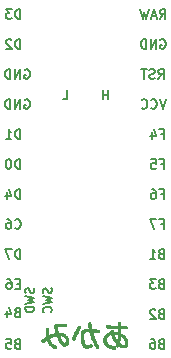
<source format=gbr>
%TF.GenerationSoftware,KiCad,Pcbnew,(5.1.9)-1*%
%TF.CreationDate,2021-01-08T11:53:25+08:00*%
%TF.ProjectId,akami,616b616d-692e-46b6-9963-61645f706362,rev?*%
%TF.SameCoordinates,Original*%
%TF.FileFunction,Legend,Bot*%
%TF.FilePolarity,Positive*%
%FSLAX46Y46*%
G04 Gerber Fmt 4.6, Leading zero omitted, Abs format (unit mm)*
G04 Created by KiCad (PCBNEW (5.1.9)-1) date 2021-01-08 11:53:25*
%MOMM*%
%LPD*%
G01*
G04 APERTURE LIST*
%ADD10C,0.130000*%
%ADD11C,0.010000*%
G04 APERTURE END LIST*
D10*
X1914285Y5510714D02*
X1914285Y6260714D01*
X1914285Y5903571D02*
X1485714Y5903571D01*
X1485714Y5510714D02*
X1485714Y6260714D01*
X-1932142Y5510714D02*
X-1575000Y5510714D01*
X-1575000Y6260714D01*
X-4376428Y-10482142D02*
X-4340714Y-10589285D01*
X-4340714Y-10767857D01*
X-4376428Y-10839285D01*
X-4412142Y-10875000D01*
X-4483571Y-10910714D01*
X-4555000Y-10910714D01*
X-4626428Y-10875000D01*
X-4662142Y-10839285D01*
X-4697857Y-10767857D01*
X-4733571Y-10625000D01*
X-4769285Y-10553571D01*
X-4805000Y-10517857D01*
X-4876428Y-10482142D01*
X-4947857Y-10482142D01*
X-5019285Y-10517857D01*
X-5055000Y-10553571D01*
X-5090714Y-10625000D01*
X-5090714Y-10803571D01*
X-5055000Y-10910714D01*
X-5090714Y-11160714D02*
X-4340714Y-11339285D01*
X-4876428Y-11482142D01*
X-4340714Y-11625000D01*
X-5090714Y-11803571D01*
X-4340714Y-12089285D02*
X-5090714Y-12089285D01*
X-5090714Y-12267857D01*
X-5055000Y-12375000D01*
X-4983571Y-12446428D01*
X-4912142Y-12482142D01*
X-4769285Y-12517857D01*
X-4662142Y-12517857D01*
X-4519285Y-12482142D01*
X-4447857Y-12446428D01*
X-4376428Y-12375000D01*
X-4340714Y-12267857D01*
X-4340714Y-12089285D01*
X-2866428Y-10482142D02*
X-2830714Y-10589285D01*
X-2830714Y-10767857D01*
X-2866428Y-10839285D01*
X-2902142Y-10875000D01*
X-2973571Y-10910714D01*
X-3045000Y-10910714D01*
X-3116428Y-10875000D01*
X-3152142Y-10839285D01*
X-3187857Y-10767857D01*
X-3223571Y-10625000D01*
X-3259285Y-10553571D01*
X-3295000Y-10517857D01*
X-3366428Y-10482142D01*
X-3437857Y-10482142D01*
X-3509285Y-10517857D01*
X-3545000Y-10553571D01*
X-3580714Y-10625000D01*
X-3580714Y-10803571D01*
X-3545000Y-10910714D01*
X-3580714Y-11160714D02*
X-2830714Y-11339285D01*
X-3366428Y-11482142D01*
X-2830714Y-11625000D01*
X-3580714Y-11803571D01*
X-2902142Y-12517857D02*
X-2866428Y-12482142D01*
X-2830714Y-12375000D01*
X-2830714Y-12303571D01*
X-2866428Y-12196428D01*
X-2937857Y-12125000D01*
X-3009285Y-12089285D01*
X-3152142Y-12053571D01*
X-3259285Y-12053571D01*
X-3402142Y-12089285D01*
X-3473571Y-12125000D01*
X-3545000Y-12196428D01*
X-3580714Y-12303571D01*
X-3580714Y-12375000D01*
X-3545000Y-12482142D01*
X-3509285Y-12517857D01*
D11*
%TO.C,DUMMY2*%
G36*
X2798966Y-13361365D02*
G01*
X2769272Y-13372282D01*
X2751478Y-13385552D01*
X2739851Y-13398315D01*
X2733550Y-13410085D01*
X2730967Y-13425558D01*
X2730492Y-13446852D01*
X2730977Y-13467707D01*
X2732319Y-13497776D01*
X2734332Y-13533612D01*
X2736835Y-13571773D01*
X2737949Y-13587138D01*
X2740329Y-13621288D01*
X2742053Y-13650680D01*
X2743018Y-13673122D01*
X2743121Y-13686426D01*
X2742721Y-13689116D01*
X2735768Y-13689527D01*
X2718407Y-13689319D01*
X2692912Y-13688552D01*
X2661557Y-13687289D01*
X2644775Y-13686507D01*
X2469605Y-13676584D01*
X2300147Y-13664145D01*
X2138446Y-13649365D01*
X1986543Y-13632418D01*
X1936518Y-13626066D01*
X1886085Y-13619764D01*
X1846447Y-13615788D01*
X1815882Y-13614320D01*
X1792668Y-13615541D01*
X1775084Y-13619634D01*
X1761406Y-13626780D01*
X1749912Y-13637161D01*
X1742144Y-13646581D01*
X1729671Y-13670870D01*
X1722142Y-13701732D01*
X1720525Y-13733680D01*
X1723340Y-13753405D01*
X1734017Y-13773816D01*
X1754061Y-13793347D01*
X1771861Y-13804664D01*
X1786688Y-13809506D01*
X1813150Y-13814879D01*
X1850196Y-13820688D01*
X1896777Y-13826834D01*
X1951842Y-13833220D01*
X2014342Y-13839748D01*
X2083226Y-13846321D01*
X2157445Y-13852842D01*
X2235948Y-13859212D01*
X2317686Y-13865334D01*
X2401609Y-13871111D01*
X2486666Y-13876444D01*
X2571808Y-13881238D01*
X2625184Y-13883944D01*
X2664779Y-13885931D01*
X2699789Y-13887822D01*
X2728335Y-13889504D01*
X2748537Y-13890865D01*
X2758516Y-13891792D01*
X2759240Y-13891974D01*
X2760343Y-13899312D01*
X2761384Y-13917097D01*
X2762343Y-13943311D01*
X2763196Y-13975936D01*
X2763920Y-14012954D01*
X2764493Y-14052348D01*
X2764892Y-14092098D01*
X2765094Y-14130189D01*
X2765078Y-14164601D01*
X2764819Y-14193317D01*
X2764296Y-14214319D01*
X2763486Y-14225588D01*
X2763001Y-14226950D01*
X2754701Y-14225734D01*
X2736922Y-14222460D01*
X2712613Y-14217685D01*
X2694687Y-14214035D01*
X2638551Y-14203817D01*
X2577700Y-14195075D01*
X2516431Y-14188289D01*
X2459043Y-14183939D01*
X2412229Y-14182500D01*
X2377595Y-14181648D01*
X2355205Y-14179065D01*
X2344720Y-14174712D01*
X2344593Y-14174562D01*
X2340447Y-14164986D01*
X2334998Y-14146345D01*
X2329211Y-14122071D01*
X2327236Y-14112650D01*
X2321110Y-14085502D01*
X2314470Y-14061124D01*
X2308508Y-14043775D01*
X2307100Y-14040712D01*
X2291299Y-14022893D01*
X2267340Y-14011047D01*
X2238374Y-14005364D01*
X2207550Y-14006034D01*
X2178019Y-14013247D01*
X2152930Y-14027194D01*
X2148387Y-14031122D01*
X2132561Y-14052518D01*
X2125046Y-14080021D01*
X2125592Y-14115159D01*
X2130056Y-14142365D01*
X2135659Y-14169790D01*
X2138563Y-14187090D01*
X2138550Y-14196595D01*
X2135401Y-14200636D01*
X2128897Y-14201543D01*
X2124505Y-14201550D01*
X2106731Y-14203604D01*
X2079905Y-14209221D01*
X2046894Y-14217582D01*
X2010565Y-14227870D01*
X1973785Y-14239265D01*
X1939423Y-14250948D01*
X1910345Y-14262103D01*
X1906205Y-14263857D01*
X1822395Y-14306020D01*
X1748441Y-14355922D01*
X1684509Y-14413384D01*
X1630766Y-14478224D01*
X1587377Y-14550264D01*
X1554509Y-14629322D01*
X1546963Y-14653558D01*
X1528143Y-14739520D01*
X1520232Y-14827805D01*
X1523024Y-14916420D01*
X1536310Y-15003375D01*
X1559884Y-15086681D01*
X1593539Y-15164347D01*
X1601697Y-15179450D01*
X1652238Y-15256818D01*
X1713351Y-15327893D01*
X1784303Y-15392164D01*
X1864359Y-15449120D01*
X1952785Y-15498249D01*
X2048846Y-15539043D01*
X2151808Y-15570989D01*
X2171700Y-15575923D01*
X2226675Y-15587788D01*
X2281361Y-15597284D01*
X2333831Y-15604251D01*
X2382158Y-15608526D01*
X2424414Y-15609949D01*
X2458671Y-15608359D01*
X2483003Y-15603596D01*
X2486564Y-15602224D01*
X2511569Y-15584883D01*
X2530210Y-15559285D01*
X2541572Y-15528642D01*
X2544737Y-15496167D01*
X2538791Y-15465076D01*
X2530421Y-15448350D01*
X2512018Y-15428553D01*
X2485995Y-15414996D01*
X2450561Y-15406884D01*
X2432705Y-15404930D01*
X2323468Y-15391433D01*
X2222369Y-15369963D01*
X2129789Y-15340725D01*
X2046108Y-15303924D01*
X1971707Y-15259764D01*
X1906965Y-15208450D01*
X1852263Y-15150187D01*
X1807980Y-15085179D01*
X1795565Y-15061975D01*
X1767761Y-14993197D01*
X1750743Y-14920760D01*
X1744458Y-14846612D01*
X1748854Y-14772699D01*
X1763877Y-14700969D01*
X1789475Y-14633371D01*
X1808145Y-14598485D01*
X1823283Y-14576593D01*
X1844271Y-14550585D01*
X1867502Y-14524822D01*
X1877187Y-14515000D01*
X1931346Y-14470486D01*
X1995393Y-14433306D01*
X2068614Y-14403796D01*
X2150298Y-14382294D01*
X2162424Y-14379931D01*
X2180550Y-14377422D01*
X2189096Y-14378956D01*
X2190750Y-14382988D01*
X2192842Y-14393467D01*
X2198613Y-14413631D01*
X2207304Y-14441268D01*
X2218158Y-14474163D01*
X2230418Y-14510102D01*
X2243325Y-14546870D01*
X2256123Y-14582255D01*
X2268053Y-14614042D01*
X2278358Y-14640017D01*
X2280306Y-14644672D01*
X2328766Y-14751028D01*
X2382269Y-14853922D01*
X2439524Y-14951197D01*
X2499238Y-15040693D01*
X2560119Y-15120253D01*
X2576966Y-15140186D01*
X2611669Y-15180298D01*
X2585360Y-15240677D01*
X2567959Y-15287285D01*
X2560084Y-15326250D01*
X2561896Y-15358503D01*
X2573553Y-15384979D01*
X2595218Y-15406611D01*
X2616010Y-15419162D01*
X2652016Y-15432014D01*
X2684560Y-15432680D01*
X2713219Y-15421305D01*
X2737573Y-15398035D01*
X2753138Y-15372074D01*
X2762484Y-15352724D01*
X2769487Y-15338528D01*
X2772489Y-15332808D01*
X2778056Y-15335239D01*
X2792030Y-15343497D01*
X2812301Y-15356287D01*
X2836762Y-15372312D01*
X2836789Y-15372329D01*
X2904746Y-15414360D01*
X2968468Y-15446603D01*
X3030562Y-15469970D01*
X3093635Y-15485375D01*
X3160292Y-15493729D01*
X3188029Y-15495280D01*
X3237646Y-15496117D01*
X3278175Y-15493979D01*
X3312991Y-15488328D01*
X3345469Y-15478626D01*
X3377400Y-15465086D01*
X3427814Y-15434344D01*
X3471931Y-15393274D01*
X3508974Y-15342989D01*
X3538165Y-15284597D01*
X3558729Y-15219211D01*
X3562770Y-15200140D01*
X3567223Y-15162820D01*
X3568584Y-15116959D01*
X3567247Y-15072453D01*
X3364628Y-15072453D01*
X3363489Y-15118556D01*
X3357936Y-15159711D01*
X3348057Y-15192410D01*
X3348023Y-15192487D01*
X3324602Y-15231982D01*
X3293774Y-15261215D01*
X3255668Y-15280144D01*
X3210417Y-15288726D01*
X3158153Y-15286919D01*
X3099007Y-15274681D01*
X3095625Y-15273724D01*
X3049659Y-15257132D01*
X2999091Y-15232999D01*
X2947706Y-15203323D01*
X2899286Y-15170102D01*
X2898940Y-15169842D01*
X2877838Y-15153688D01*
X2860795Y-15140132D01*
X2850247Y-15131136D01*
X2848130Y-15128899D01*
X2848437Y-15120919D01*
X2851929Y-15103930D01*
X2857927Y-15081020D01*
X2860937Y-15070686D01*
X2876231Y-15014023D01*
X2891276Y-14947880D01*
X2905520Y-14875475D01*
X2918417Y-14800024D01*
X2929418Y-14724743D01*
X2937973Y-14652850D01*
X2943535Y-14587562D01*
X2943650Y-14585725D01*
X2945795Y-14556622D01*
X2948237Y-14531865D01*
X2950645Y-14514426D01*
X2952336Y-14507721D01*
X2959254Y-14507217D01*
X2974214Y-14513657D01*
X2995497Y-14525862D01*
X3021382Y-14542651D01*
X3050149Y-14562845D01*
X3080079Y-14585264D01*
X3109453Y-14608729D01*
X3136549Y-14632060D01*
X3145204Y-14640003D01*
X3206400Y-14704041D01*
X3259259Y-14773327D01*
X3302662Y-14846033D01*
X3335489Y-14920334D01*
X3353319Y-14979425D01*
X3361267Y-15024907D01*
X3364628Y-15072453D01*
X3567247Y-15072453D01*
X3567061Y-15066284D01*
X3562862Y-15014517D01*
X3556198Y-14965383D01*
X3547276Y-14922606D01*
X3547190Y-14922275D01*
X3522948Y-14848948D01*
X3488426Y-14773252D01*
X3445051Y-14697736D01*
X3394250Y-14624952D01*
X3352031Y-14573573D01*
X3307327Y-14527868D01*
X3253085Y-14480560D01*
X3191950Y-14433625D01*
X3159992Y-14411831D01*
X2761378Y-14411831D01*
X2758342Y-14470203D01*
X2754268Y-14530338D01*
X2748208Y-14595226D01*
X2740513Y-14662425D01*
X2731540Y-14729491D01*
X2721640Y-14793979D01*
X2711169Y-14853445D01*
X2700481Y-14905447D01*
X2689928Y-14947541D01*
X2688506Y-14952422D01*
X2685802Y-14956948D01*
X2681051Y-14956143D01*
X2673211Y-14948889D01*
X2661240Y-14934069D01*
X2644094Y-14910567D01*
X2627756Y-14887350D01*
X2581910Y-14816545D01*
X2536550Y-14736925D01*
X2493474Y-14652190D01*
X2454481Y-14566037D01*
X2421371Y-14482168D01*
X2400758Y-14420625D01*
X2393603Y-14397115D01*
X2387575Y-14377343D01*
X2383923Y-14365405D01*
X2383817Y-14365062D01*
X2383363Y-14359480D01*
X2387814Y-14356159D01*
X2399516Y-14354543D01*
X2420816Y-14354073D01*
X2430035Y-14354073D01*
X2482794Y-14356392D01*
X2542434Y-14362627D01*
X2604418Y-14372057D01*
X2664208Y-14383960D01*
X2717268Y-14397612D01*
X2731652Y-14402090D01*
X2761378Y-14411831D01*
X3159992Y-14411831D01*
X3126569Y-14389038D01*
X3059589Y-14348774D01*
X3027960Y-14331725D01*
X2966645Y-14299975D01*
X2963116Y-14098657D01*
X2959587Y-13897340D01*
X3203279Y-13898632D01*
X3265366Y-13898941D01*
X3316027Y-13899107D01*
X3356534Y-13899072D01*
X3388163Y-13898777D01*
X3412185Y-13898166D01*
X3429875Y-13897180D01*
X3442506Y-13895762D01*
X3451351Y-13893855D01*
X3457684Y-13891400D01*
X3462778Y-13888339D01*
X3464973Y-13886773D01*
X3487211Y-13863253D01*
X3500520Y-13833718D01*
X3504901Y-13801185D01*
X3500351Y-13768673D01*
X3486869Y-13739201D01*
X3465057Y-13716226D01*
X3460105Y-13712906D01*
X3454334Y-13710184D01*
X3446490Y-13707988D01*
X3435314Y-13706249D01*
X3419551Y-13704895D01*
X3397943Y-13703857D01*
X3369235Y-13703063D01*
X3332170Y-13702443D01*
X3285491Y-13701926D01*
X3227942Y-13701443D01*
X3197743Y-13701214D01*
X2948347Y-13699353D01*
X2944036Y-13596439D01*
X2941160Y-13538465D01*
X2937789Y-13491940D01*
X2933748Y-13455617D01*
X2928862Y-13428249D01*
X2922956Y-13408589D01*
X2915890Y-13395435D01*
X2893809Y-13375671D01*
X2864671Y-13363266D01*
X2831911Y-13358429D01*
X2798966Y-13361365D01*
G37*
X2798966Y-13361365D02*
X2769272Y-13372282D01*
X2751478Y-13385552D01*
X2739851Y-13398315D01*
X2733550Y-13410085D01*
X2730967Y-13425558D01*
X2730492Y-13446852D01*
X2730977Y-13467707D01*
X2732319Y-13497776D01*
X2734332Y-13533612D01*
X2736835Y-13571773D01*
X2737949Y-13587138D01*
X2740329Y-13621288D01*
X2742053Y-13650680D01*
X2743018Y-13673122D01*
X2743121Y-13686426D01*
X2742721Y-13689116D01*
X2735768Y-13689527D01*
X2718407Y-13689319D01*
X2692912Y-13688552D01*
X2661557Y-13687289D01*
X2644775Y-13686507D01*
X2469605Y-13676584D01*
X2300147Y-13664145D01*
X2138446Y-13649365D01*
X1986543Y-13632418D01*
X1936518Y-13626066D01*
X1886085Y-13619764D01*
X1846447Y-13615788D01*
X1815882Y-13614320D01*
X1792668Y-13615541D01*
X1775084Y-13619634D01*
X1761406Y-13626780D01*
X1749912Y-13637161D01*
X1742144Y-13646581D01*
X1729671Y-13670870D01*
X1722142Y-13701732D01*
X1720525Y-13733680D01*
X1723340Y-13753405D01*
X1734017Y-13773816D01*
X1754061Y-13793347D01*
X1771861Y-13804664D01*
X1786688Y-13809506D01*
X1813150Y-13814879D01*
X1850196Y-13820688D01*
X1896777Y-13826834D01*
X1951842Y-13833220D01*
X2014342Y-13839748D01*
X2083226Y-13846321D01*
X2157445Y-13852842D01*
X2235948Y-13859212D01*
X2317686Y-13865334D01*
X2401609Y-13871111D01*
X2486666Y-13876444D01*
X2571808Y-13881238D01*
X2625184Y-13883944D01*
X2664779Y-13885931D01*
X2699789Y-13887822D01*
X2728335Y-13889504D01*
X2748537Y-13890865D01*
X2758516Y-13891792D01*
X2759240Y-13891974D01*
X2760343Y-13899312D01*
X2761384Y-13917097D01*
X2762343Y-13943311D01*
X2763196Y-13975936D01*
X2763920Y-14012954D01*
X2764493Y-14052348D01*
X2764892Y-14092098D01*
X2765094Y-14130189D01*
X2765078Y-14164601D01*
X2764819Y-14193317D01*
X2764296Y-14214319D01*
X2763486Y-14225588D01*
X2763001Y-14226950D01*
X2754701Y-14225734D01*
X2736922Y-14222460D01*
X2712613Y-14217685D01*
X2694687Y-14214035D01*
X2638551Y-14203817D01*
X2577700Y-14195075D01*
X2516431Y-14188289D01*
X2459043Y-14183939D01*
X2412229Y-14182500D01*
X2377595Y-14181648D01*
X2355205Y-14179065D01*
X2344720Y-14174712D01*
X2344593Y-14174562D01*
X2340447Y-14164986D01*
X2334998Y-14146345D01*
X2329211Y-14122071D01*
X2327236Y-14112650D01*
X2321110Y-14085502D01*
X2314470Y-14061124D01*
X2308508Y-14043775D01*
X2307100Y-14040712D01*
X2291299Y-14022893D01*
X2267340Y-14011047D01*
X2238374Y-14005364D01*
X2207550Y-14006034D01*
X2178019Y-14013247D01*
X2152930Y-14027194D01*
X2148387Y-14031122D01*
X2132561Y-14052518D01*
X2125046Y-14080021D01*
X2125592Y-14115159D01*
X2130056Y-14142365D01*
X2135659Y-14169790D01*
X2138563Y-14187090D01*
X2138550Y-14196595D01*
X2135401Y-14200636D01*
X2128897Y-14201543D01*
X2124505Y-14201550D01*
X2106731Y-14203604D01*
X2079905Y-14209221D01*
X2046894Y-14217582D01*
X2010565Y-14227870D01*
X1973785Y-14239265D01*
X1939423Y-14250948D01*
X1910345Y-14262103D01*
X1906205Y-14263857D01*
X1822395Y-14306020D01*
X1748441Y-14355922D01*
X1684509Y-14413384D01*
X1630766Y-14478224D01*
X1587377Y-14550264D01*
X1554509Y-14629322D01*
X1546963Y-14653558D01*
X1528143Y-14739520D01*
X1520232Y-14827805D01*
X1523024Y-14916420D01*
X1536310Y-15003375D01*
X1559884Y-15086681D01*
X1593539Y-15164347D01*
X1601697Y-15179450D01*
X1652238Y-15256818D01*
X1713351Y-15327893D01*
X1784303Y-15392164D01*
X1864359Y-15449120D01*
X1952785Y-15498249D01*
X2048846Y-15539043D01*
X2151808Y-15570989D01*
X2171700Y-15575923D01*
X2226675Y-15587788D01*
X2281361Y-15597284D01*
X2333831Y-15604251D01*
X2382158Y-15608526D01*
X2424414Y-15609949D01*
X2458671Y-15608359D01*
X2483003Y-15603596D01*
X2486564Y-15602224D01*
X2511569Y-15584883D01*
X2530210Y-15559285D01*
X2541572Y-15528642D01*
X2544737Y-15496167D01*
X2538791Y-15465076D01*
X2530421Y-15448350D01*
X2512018Y-15428553D01*
X2485995Y-15414996D01*
X2450561Y-15406884D01*
X2432705Y-15404930D01*
X2323468Y-15391433D01*
X2222369Y-15369963D01*
X2129789Y-15340725D01*
X2046108Y-15303924D01*
X1971707Y-15259764D01*
X1906965Y-15208450D01*
X1852263Y-15150187D01*
X1807980Y-15085179D01*
X1795565Y-15061975D01*
X1767761Y-14993197D01*
X1750743Y-14920760D01*
X1744458Y-14846612D01*
X1748854Y-14772699D01*
X1763877Y-14700969D01*
X1789475Y-14633371D01*
X1808145Y-14598485D01*
X1823283Y-14576593D01*
X1844271Y-14550585D01*
X1867502Y-14524822D01*
X1877187Y-14515000D01*
X1931346Y-14470486D01*
X1995393Y-14433306D01*
X2068614Y-14403796D01*
X2150298Y-14382294D01*
X2162424Y-14379931D01*
X2180550Y-14377422D01*
X2189096Y-14378956D01*
X2190750Y-14382988D01*
X2192842Y-14393467D01*
X2198613Y-14413631D01*
X2207304Y-14441268D01*
X2218158Y-14474163D01*
X2230418Y-14510102D01*
X2243325Y-14546870D01*
X2256123Y-14582255D01*
X2268053Y-14614042D01*
X2278358Y-14640017D01*
X2280306Y-14644672D01*
X2328766Y-14751028D01*
X2382269Y-14853922D01*
X2439524Y-14951197D01*
X2499238Y-15040693D01*
X2560119Y-15120253D01*
X2576966Y-15140186D01*
X2611669Y-15180298D01*
X2585360Y-15240677D01*
X2567959Y-15287285D01*
X2560084Y-15326250D01*
X2561896Y-15358503D01*
X2573553Y-15384979D01*
X2595218Y-15406611D01*
X2616010Y-15419162D01*
X2652016Y-15432014D01*
X2684560Y-15432680D01*
X2713219Y-15421305D01*
X2737573Y-15398035D01*
X2753138Y-15372074D01*
X2762484Y-15352724D01*
X2769487Y-15338528D01*
X2772489Y-15332808D01*
X2778056Y-15335239D01*
X2792030Y-15343497D01*
X2812301Y-15356287D01*
X2836762Y-15372312D01*
X2836789Y-15372329D01*
X2904746Y-15414360D01*
X2968468Y-15446603D01*
X3030562Y-15469970D01*
X3093635Y-15485375D01*
X3160292Y-15493729D01*
X3188029Y-15495280D01*
X3237646Y-15496117D01*
X3278175Y-15493979D01*
X3312991Y-15488328D01*
X3345469Y-15478626D01*
X3377400Y-15465086D01*
X3427814Y-15434344D01*
X3471931Y-15393274D01*
X3508974Y-15342989D01*
X3538165Y-15284597D01*
X3558729Y-15219211D01*
X3562770Y-15200140D01*
X3567223Y-15162820D01*
X3568584Y-15116959D01*
X3567247Y-15072453D01*
X3364628Y-15072453D01*
X3363489Y-15118556D01*
X3357936Y-15159711D01*
X3348057Y-15192410D01*
X3348023Y-15192487D01*
X3324602Y-15231982D01*
X3293774Y-15261215D01*
X3255668Y-15280144D01*
X3210417Y-15288726D01*
X3158153Y-15286919D01*
X3099007Y-15274681D01*
X3095625Y-15273724D01*
X3049659Y-15257132D01*
X2999091Y-15232999D01*
X2947706Y-15203323D01*
X2899286Y-15170102D01*
X2898940Y-15169842D01*
X2877838Y-15153688D01*
X2860795Y-15140132D01*
X2850247Y-15131136D01*
X2848130Y-15128899D01*
X2848437Y-15120919D01*
X2851929Y-15103930D01*
X2857927Y-15081020D01*
X2860937Y-15070686D01*
X2876231Y-15014023D01*
X2891276Y-14947880D01*
X2905520Y-14875475D01*
X2918417Y-14800024D01*
X2929418Y-14724743D01*
X2937973Y-14652850D01*
X2943535Y-14587562D01*
X2943650Y-14585725D01*
X2945795Y-14556622D01*
X2948237Y-14531865D01*
X2950645Y-14514426D01*
X2952336Y-14507721D01*
X2959254Y-14507217D01*
X2974214Y-14513657D01*
X2995497Y-14525862D01*
X3021382Y-14542651D01*
X3050149Y-14562845D01*
X3080079Y-14585264D01*
X3109453Y-14608729D01*
X3136549Y-14632060D01*
X3145204Y-14640003D01*
X3206400Y-14704041D01*
X3259259Y-14773327D01*
X3302662Y-14846033D01*
X3335489Y-14920334D01*
X3353319Y-14979425D01*
X3361267Y-15024907D01*
X3364628Y-15072453D01*
X3567247Y-15072453D01*
X3567061Y-15066284D01*
X3562862Y-15014517D01*
X3556198Y-14965383D01*
X3547276Y-14922606D01*
X3547190Y-14922275D01*
X3522948Y-14848948D01*
X3488426Y-14773252D01*
X3445051Y-14697736D01*
X3394250Y-14624952D01*
X3352031Y-14573573D01*
X3307327Y-14527868D01*
X3253085Y-14480560D01*
X3191950Y-14433625D01*
X3159992Y-14411831D01*
X2761378Y-14411831D01*
X2758342Y-14470203D01*
X2754268Y-14530338D01*
X2748208Y-14595226D01*
X2740513Y-14662425D01*
X2731540Y-14729491D01*
X2721640Y-14793979D01*
X2711169Y-14853445D01*
X2700481Y-14905447D01*
X2689928Y-14947541D01*
X2688506Y-14952422D01*
X2685802Y-14956948D01*
X2681051Y-14956143D01*
X2673211Y-14948889D01*
X2661240Y-14934069D01*
X2644094Y-14910567D01*
X2627756Y-14887350D01*
X2581910Y-14816545D01*
X2536550Y-14736925D01*
X2493474Y-14652190D01*
X2454481Y-14566037D01*
X2421371Y-14482168D01*
X2400758Y-14420625D01*
X2393603Y-14397115D01*
X2387575Y-14377343D01*
X2383923Y-14365405D01*
X2383817Y-14365062D01*
X2383363Y-14359480D01*
X2387814Y-14356159D01*
X2399516Y-14354543D01*
X2420816Y-14354073D01*
X2430035Y-14354073D01*
X2482794Y-14356392D01*
X2542434Y-14362627D01*
X2604418Y-14372057D01*
X2664208Y-14383960D01*
X2717268Y-14397612D01*
X2731652Y-14402090D01*
X2761378Y-14411831D01*
X3159992Y-14411831D01*
X3126569Y-14389038D01*
X3059589Y-14348774D01*
X3027960Y-14331725D01*
X2966645Y-14299975D01*
X2963116Y-14098657D01*
X2959587Y-13897340D01*
X3203279Y-13898632D01*
X3265366Y-13898941D01*
X3316027Y-13899107D01*
X3356534Y-13899072D01*
X3388163Y-13898777D01*
X3412185Y-13898166D01*
X3429875Y-13897180D01*
X3442506Y-13895762D01*
X3451351Y-13893855D01*
X3457684Y-13891400D01*
X3462778Y-13888339D01*
X3464973Y-13886773D01*
X3487211Y-13863253D01*
X3500520Y-13833718D01*
X3504901Y-13801185D01*
X3500351Y-13768673D01*
X3486869Y-13739201D01*
X3465057Y-13716226D01*
X3460105Y-13712906D01*
X3454334Y-13710184D01*
X3446490Y-13707988D01*
X3435314Y-13706249D01*
X3419551Y-13704895D01*
X3397943Y-13703857D01*
X3369235Y-13703063D01*
X3332170Y-13702443D01*
X3285491Y-13701926D01*
X3227942Y-13701443D01*
X3197743Y-13701214D01*
X2948347Y-13699353D01*
X2944036Y-13596439D01*
X2941160Y-13538465D01*
X2937789Y-13491940D01*
X2933748Y-13455617D01*
X2928862Y-13428249D01*
X2922956Y-13408589D01*
X2915890Y-13395435D01*
X2893809Y-13375671D01*
X2864671Y-13363266D01*
X2831911Y-13358429D01*
X2798966Y-13361365D01*
G36*
X-2406947Y-13489122D02*
G01*
X-2440982Y-13489888D01*
X-2469018Y-13491196D01*
X-2491892Y-13493084D01*
X-2510443Y-13495589D01*
X-2525507Y-13498748D01*
X-2537922Y-13502598D01*
X-2548525Y-13507175D01*
X-2558153Y-13512518D01*
X-2567644Y-13518661D01*
X-2575957Y-13524354D01*
X-2609124Y-13553722D01*
X-2632352Y-13589694D01*
X-2645846Y-13632856D01*
X-2649816Y-13683799D01*
X-2646932Y-13725300D01*
X-2641952Y-13756795D01*
X-2633351Y-13799191D01*
X-2621421Y-13851308D01*
X-2606451Y-13911963D01*
X-2588733Y-13979974D01*
X-2568556Y-14054161D01*
X-2549409Y-14122175D01*
X-2537828Y-14162909D01*
X-2527372Y-14200074D01*
X-2518570Y-14231751D01*
X-2511954Y-14256024D01*
X-2508053Y-14270976D01*
X-2507285Y-14274372D01*
X-2507742Y-14281854D01*
X-2514204Y-14286699D01*
X-2529379Y-14290372D01*
X-2540000Y-14292067D01*
X-2633636Y-14309537D01*
X-2733997Y-14334800D01*
X-2838464Y-14367047D01*
X-2944417Y-14405470D01*
X-3048862Y-14449092D01*
X-3116400Y-14479263D01*
X-3120423Y-14443594D01*
X-3125475Y-14390977D01*
X-3130097Y-14326953D01*
X-3134218Y-14252809D01*
X-3137766Y-14169834D01*
X-3140670Y-14079315D01*
X-3140785Y-14075054D01*
X-3142378Y-14020315D01*
X-3144087Y-13976742D01*
X-3146207Y-13942799D01*
X-3149031Y-13916954D01*
X-3152853Y-13897672D01*
X-3157967Y-13883419D01*
X-3164668Y-13872663D01*
X-3173248Y-13863868D01*
X-3182674Y-13856470D01*
X-3205636Y-13845944D01*
X-3235538Y-13840863D01*
X-3267707Y-13841537D01*
X-3297467Y-13848279D01*
X-3298736Y-13848753D01*
X-3321659Y-13860448D01*
X-3338049Y-13876634D01*
X-3348933Y-13899358D01*
X-3355340Y-13930670D01*
X-3358095Y-13967065D01*
X-3358842Y-14007601D01*
X-3358380Y-14058139D01*
X-3356846Y-14116326D01*
X-3354372Y-14179809D01*
X-3351095Y-14246236D01*
X-3347148Y-14313251D01*
X-3342666Y-14378504D01*
X-3337784Y-14439640D01*
X-3332636Y-14494306D01*
X-3327358Y-14540150D01*
X-3323934Y-14564022D01*
X-3320293Y-14586769D01*
X-3377151Y-14622814D01*
X-3435825Y-14661996D01*
X-3498706Y-14707472D01*
X-3561565Y-14756046D01*
X-3620174Y-14804517D01*
X-3638036Y-14820101D01*
X-3672456Y-14852050D01*
X-3697463Y-14879180D01*
X-3714331Y-14903527D01*
X-3724336Y-14927133D01*
X-3728753Y-14952034D01*
X-3729264Y-14965989D01*
X-3724958Y-15001172D01*
X-3710983Y-15031004D01*
X-3689923Y-15055219D01*
X-3675175Y-15066828D01*
X-3658708Y-15073224D01*
X-3635236Y-15076395D01*
X-3633224Y-15076546D01*
X-3611499Y-15077071D01*
X-3592715Y-15074369D01*
X-3574551Y-15067222D01*
X-3554682Y-15054416D01*
X-3530784Y-15034733D01*
X-3500877Y-15007281D01*
X-3468303Y-14977485D01*
X-3434005Y-14947665D01*
X-3399392Y-14918891D01*
X-3365879Y-14892234D01*
X-3334876Y-14868764D01*
X-3307795Y-14849554D01*
X-3286049Y-14835675D01*
X-3271049Y-14828196D01*
X-3264401Y-14827914D01*
X-3260374Y-14836460D01*
X-3254401Y-14853530D01*
X-3248001Y-14874650D01*
X-3212801Y-14977906D01*
X-3166811Y-15078914D01*
X-3111831Y-15173753D01*
X-3108095Y-15179450D01*
X-3047097Y-15262393D01*
X-2978945Y-15336895D01*
X-2902502Y-15403928D01*
X-2816633Y-15464466D01*
X-2720203Y-15519481D01*
X-2698750Y-15530303D01*
X-2665346Y-15546500D01*
X-2640167Y-15557704D01*
X-2620238Y-15564913D01*
X-2602585Y-15569125D01*
X-2584234Y-15571337D01*
X-2574575Y-15571968D01*
X-2550350Y-15572852D01*
X-2534525Y-15571588D01*
X-2522849Y-15567186D01*
X-2511075Y-15558659D01*
X-2508624Y-15556615D01*
X-2485577Y-15529432D01*
X-2472735Y-15496847D01*
X-2470653Y-15461713D01*
X-2479886Y-15426885D01*
X-2482385Y-15421659D01*
X-2488307Y-15410367D01*
X-2494143Y-15401379D01*
X-2501693Y-15393420D01*
X-2512757Y-15385216D01*
X-2529137Y-15375494D01*
X-2552631Y-15362980D01*
X-2585041Y-15346399D01*
X-2598141Y-15339746D01*
X-2655498Y-15309290D01*
X-2703894Y-15280345D01*
X-2746518Y-15250734D01*
X-2786560Y-15218279D01*
X-2818140Y-15189505D01*
X-2880778Y-15122118D01*
X-2936228Y-15045558D01*
X-2985272Y-14958734D01*
X-2987609Y-14954025D01*
X-3002705Y-14921412D01*
X-3018257Y-14884336D01*
X-3033402Y-14845251D01*
X-3047278Y-14806611D01*
X-3059022Y-14770873D01*
X-3067771Y-14740491D01*
X-3072665Y-14717920D01*
X-3073400Y-14709837D01*
X-3070057Y-14703275D01*
X-3059238Y-14694475D01*
X-3039753Y-14682682D01*
X-3010413Y-14667145D01*
X-2989262Y-14656541D01*
X-2863261Y-14599234D01*
X-2739558Y-14553288D01*
X-2616304Y-14518056D01*
X-2550366Y-14503475D01*
X-2511810Y-14495422D01*
X-2483144Y-14489668D01*
X-2462339Y-14487423D01*
X-2447371Y-14489898D01*
X-2436213Y-14498301D01*
X-2426838Y-14513843D01*
X-2417221Y-14537734D01*
X-2405334Y-14571184D01*
X-2396673Y-14595250D01*
X-2350968Y-14715368D01*
X-2305489Y-14825823D01*
X-2260455Y-14926187D01*
X-2216086Y-15016033D01*
X-2172604Y-15094933D01*
X-2130229Y-15162460D01*
X-2089180Y-15218187D01*
X-2056361Y-15255086D01*
X-2005854Y-15300296D01*
X-1954424Y-15333910D01*
X-1899935Y-15356976D01*
X-1840254Y-15370540D01*
X-1814779Y-15373510D01*
X-1752652Y-15373184D01*
X-1694301Y-15360748D01*
X-1639669Y-15336178D01*
X-1588698Y-15299454D01*
X-1568751Y-15280785D01*
X-1526949Y-15230633D01*
X-1494309Y-15173005D01*
X-1470623Y-15107357D01*
X-1455688Y-15033146D01*
X-1449879Y-14966725D01*
X-1450275Y-14944575D01*
X-1658736Y-14944575D01*
X-1662813Y-14992094D01*
X-1666446Y-15011033D01*
X-1682116Y-15058923D01*
X-1703792Y-15097009D01*
X-1730675Y-15124793D01*
X-1761966Y-15141775D01*
X-1796867Y-15147456D01*
X-1834577Y-15141337D01*
X-1859009Y-15131403D01*
X-1890181Y-15111534D01*
X-1921730Y-15082566D01*
X-1954020Y-15043963D01*
X-1987412Y-14995186D01*
X-2022268Y-14935698D01*
X-2058951Y-14864960D01*
X-2097822Y-14782436D01*
X-2105504Y-14765336D01*
X-2134009Y-14699967D01*
X-2158974Y-14639154D01*
X-2183010Y-14576402D01*
X-2197869Y-14535685D01*
X-2222714Y-14466595D01*
X-2165457Y-14471074D01*
X-2089227Y-14480963D01*
X-2014451Y-14498133D01*
X-1943954Y-14521677D01*
X-1880556Y-14550687D01*
X-1838297Y-14576218D01*
X-1787058Y-14618518D01*
X-1742017Y-14669725D01*
X-1705252Y-14727025D01*
X-1678847Y-14787602D01*
X-1676375Y-14795275D01*
X-1665741Y-14841295D01*
X-1659787Y-14892685D01*
X-1658736Y-14944575D01*
X-1450275Y-14944575D01*
X-1451535Y-14874126D01*
X-1464660Y-14786580D01*
X-1488902Y-14704497D01*
X-1523907Y-14628291D01*
X-1569322Y-14558374D01*
X-1624795Y-14495159D01*
X-1689972Y-14439058D01*
X-1764501Y-14390485D01*
X-1848028Y-14349850D01*
X-1940200Y-14317568D01*
X-2022475Y-14297521D01*
X-2075920Y-14288020D01*
X-2131399Y-14280234D01*
X-2184758Y-14274640D01*
X-2231845Y-14271717D01*
X-2249476Y-14271400D01*
X-2289653Y-14271400D01*
X-2300702Y-14231712D01*
X-2321368Y-14156173D01*
X-2340635Y-14083189D01*
X-2358258Y-14013841D01*
X-2373997Y-13949207D01*
X-2387608Y-13890365D01*
X-2398849Y-13838395D01*
X-2407477Y-13794375D01*
X-2413250Y-13759385D01*
X-2415925Y-13734503D01*
X-2415423Y-13721391D01*
X-2407132Y-13705928D01*
X-2396262Y-13695575D01*
X-2390911Y-13692808D01*
X-2383443Y-13690732D01*
X-2372461Y-13689332D01*
X-2356568Y-13688590D01*
X-2334366Y-13688491D01*
X-2304460Y-13689019D01*
X-2265451Y-13690158D01*
X-2215944Y-13691892D01*
X-2182729Y-13693132D01*
X-2125051Y-13695171D01*
X-2063681Y-13697091D01*
X-2001909Y-13698805D01*
X-1943024Y-13700229D01*
X-1890316Y-13701276D01*
X-1847850Y-13701854D01*
X-1802799Y-13702214D01*
X-1768574Y-13702270D01*
X-1743300Y-13701861D01*
X-1725105Y-13700821D01*
X-1712115Y-13698989D01*
X-1702455Y-13696201D01*
X-1694253Y-13692293D01*
X-1686783Y-13687819D01*
X-1664059Y-13666667D01*
X-1649663Y-13638298D01*
X-1644192Y-13605575D01*
X-1648246Y-13571359D01*
X-1657412Y-13547377D01*
X-1663659Y-13535661D01*
X-1670136Y-13526071D01*
X-1678127Y-13518365D01*
X-1688913Y-13512299D01*
X-1703779Y-13507633D01*
X-1724007Y-13504124D01*
X-1750882Y-13501530D01*
X-1785686Y-13499608D01*
X-1829703Y-13498117D01*
X-1884216Y-13496814D01*
X-1930400Y-13495863D01*
X-2029872Y-13493862D01*
X-2117483Y-13492146D01*
X-2194072Y-13490751D01*
X-2260476Y-13489714D01*
X-2317531Y-13489072D01*
X-2366076Y-13488863D01*
X-2406947Y-13489122D01*
G37*
X-2406947Y-13489122D02*
X-2440982Y-13489888D01*
X-2469018Y-13491196D01*
X-2491892Y-13493084D01*
X-2510443Y-13495589D01*
X-2525507Y-13498748D01*
X-2537922Y-13502598D01*
X-2548525Y-13507175D01*
X-2558153Y-13512518D01*
X-2567644Y-13518661D01*
X-2575957Y-13524354D01*
X-2609124Y-13553722D01*
X-2632352Y-13589694D01*
X-2645846Y-13632856D01*
X-2649816Y-13683799D01*
X-2646932Y-13725300D01*
X-2641952Y-13756795D01*
X-2633351Y-13799191D01*
X-2621421Y-13851308D01*
X-2606451Y-13911963D01*
X-2588733Y-13979974D01*
X-2568556Y-14054161D01*
X-2549409Y-14122175D01*
X-2537828Y-14162909D01*
X-2527372Y-14200074D01*
X-2518570Y-14231751D01*
X-2511954Y-14256024D01*
X-2508053Y-14270976D01*
X-2507285Y-14274372D01*
X-2507742Y-14281854D01*
X-2514204Y-14286699D01*
X-2529379Y-14290372D01*
X-2540000Y-14292067D01*
X-2633636Y-14309537D01*
X-2733997Y-14334800D01*
X-2838464Y-14367047D01*
X-2944417Y-14405470D01*
X-3048862Y-14449092D01*
X-3116400Y-14479263D01*
X-3120423Y-14443594D01*
X-3125475Y-14390977D01*
X-3130097Y-14326953D01*
X-3134218Y-14252809D01*
X-3137766Y-14169834D01*
X-3140670Y-14079315D01*
X-3140785Y-14075054D01*
X-3142378Y-14020315D01*
X-3144087Y-13976742D01*
X-3146207Y-13942799D01*
X-3149031Y-13916954D01*
X-3152853Y-13897672D01*
X-3157967Y-13883419D01*
X-3164668Y-13872663D01*
X-3173248Y-13863868D01*
X-3182674Y-13856470D01*
X-3205636Y-13845944D01*
X-3235538Y-13840863D01*
X-3267707Y-13841537D01*
X-3297467Y-13848279D01*
X-3298736Y-13848753D01*
X-3321659Y-13860448D01*
X-3338049Y-13876634D01*
X-3348933Y-13899358D01*
X-3355340Y-13930670D01*
X-3358095Y-13967065D01*
X-3358842Y-14007601D01*
X-3358380Y-14058139D01*
X-3356846Y-14116326D01*
X-3354372Y-14179809D01*
X-3351095Y-14246236D01*
X-3347148Y-14313251D01*
X-3342666Y-14378504D01*
X-3337784Y-14439640D01*
X-3332636Y-14494306D01*
X-3327358Y-14540150D01*
X-3323934Y-14564022D01*
X-3320293Y-14586769D01*
X-3377151Y-14622814D01*
X-3435825Y-14661996D01*
X-3498706Y-14707472D01*
X-3561565Y-14756046D01*
X-3620174Y-14804517D01*
X-3638036Y-14820101D01*
X-3672456Y-14852050D01*
X-3697463Y-14879180D01*
X-3714331Y-14903527D01*
X-3724336Y-14927133D01*
X-3728753Y-14952034D01*
X-3729264Y-14965989D01*
X-3724958Y-15001172D01*
X-3710983Y-15031004D01*
X-3689923Y-15055219D01*
X-3675175Y-15066828D01*
X-3658708Y-15073224D01*
X-3635236Y-15076395D01*
X-3633224Y-15076546D01*
X-3611499Y-15077071D01*
X-3592715Y-15074369D01*
X-3574551Y-15067222D01*
X-3554682Y-15054416D01*
X-3530784Y-15034733D01*
X-3500877Y-15007281D01*
X-3468303Y-14977485D01*
X-3434005Y-14947665D01*
X-3399392Y-14918891D01*
X-3365879Y-14892234D01*
X-3334876Y-14868764D01*
X-3307795Y-14849554D01*
X-3286049Y-14835675D01*
X-3271049Y-14828196D01*
X-3264401Y-14827914D01*
X-3260374Y-14836460D01*
X-3254401Y-14853530D01*
X-3248001Y-14874650D01*
X-3212801Y-14977906D01*
X-3166811Y-15078914D01*
X-3111831Y-15173753D01*
X-3108095Y-15179450D01*
X-3047097Y-15262393D01*
X-2978945Y-15336895D01*
X-2902502Y-15403928D01*
X-2816633Y-15464466D01*
X-2720203Y-15519481D01*
X-2698750Y-15530303D01*
X-2665346Y-15546500D01*
X-2640167Y-15557704D01*
X-2620238Y-15564913D01*
X-2602585Y-15569125D01*
X-2584234Y-15571337D01*
X-2574575Y-15571968D01*
X-2550350Y-15572852D01*
X-2534525Y-15571588D01*
X-2522849Y-15567186D01*
X-2511075Y-15558659D01*
X-2508624Y-15556615D01*
X-2485577Y-15529432D01*
X-2472735Y-15496847D01*
X-2470653Y-15461713D01*
X-2479886Y-15426885D01*
X-2482385Y-15421659D01*
X-2488307Y-15410367D01*
X-2494143Y-15401379D01*
X-2501693Y-15393420D01*
X-2512757Y-15385216D01*
X-2529137Y-15375494D01*
X-2552631Y-15362980D01*
X-2585041Y-15346399D01*
X-2598141Y-15339746D01*
X-2655498Y-15309290D01*
X-2703894Y-15280345D01*
X-2746518Y-15250734D01*
X-2786560Y-15218279D01*
X-2818140Y-15189505D01*
X-2880778Y-15122118D01*
X-2936228Y-15045558D01*
X-2985272Y-14958734D01*
X-2987609Y-14954025D01*
X-3002705Y-14921412D01*
X-3018257Y-14884336D01*
X-3033402Y-14845251D01*
X-3047278Y-14806611D01*
X-3059022Y-14770873D01*
X-3067771Y-14740491D01*
X-3072665Y-14717920D01*
X-3073400Y-14709837D01*
X-3070057Y-14703275D01*
X-3059238Y-14694475D01*
X-3039753Y-14682682D01*
X-3010413Y-14667145D01*
X-2989262Y-14656541D01*
X-2863261Y-14599234D01*
X-2739558Y-14553288D01*
X-2616304Y-14518056D01*
X-2550366Y-14503475D01*
X-2511810Y-14495422D01*
X-2483144Y-14489668D01*
X-2462339Y-14487423D01*
X-2447371Y-14489898D01*
X-2436213Y-14498301D01*
X-2426838Y-14513843D01*
X-2417221Y-14537734D01*
X-2405334Y-14571184D01*
X-2396673Y-14595250D01*
X-2350968Y-14715368D01*
X-2305489Y-14825823D01*
X-2260455Y-14926187D01*
X-2216086Y-15016033D01*
X-2172604Y-15094933D01*
X-2130229Y-15162460D01*
X-2089180Y-15218187D01*
X-2056361Y-15255086D01*
X-2005854Y-15300296D01*
X-1954424Y-15333910D01*
X-1899935Y-15356976D01*
X-1840254Y-15370540D01*
X-1814779Y-15373510D01*
X-1752652Y-15373184D01*
X-1694301Y-15360748D01*
X-1639669Y-15336178D01*
X-1588698Y-15299454D01*
X-1568751Y-15280785D01*
X-1526949Y-15230633D01*
X-1494309Y-15173005D01*
X-1470623Y-15107357D01*
X-1455688Y-15033146D01*
X-1449879Y-14966725D01*
X-1450275Y-14944575D01*
X-1658736Y-14944575D01*
X-1662813Y-14992094D01*
X-1666446Y-15011033D01*
X-1682116Y-15058923D01*
X-1703792Y-15097009D01*
X-1730675Y-15124793D01*
X-1761966Y-15141775D01*
X-1796867Y-15147456D01*
X-1834577Y-15141337D01*
X-1859009Y-15131403D01*
X-1890181Y-15111534D01*
X-1921730Y-15082566D01*
X-1954020Y-15043963D01*
X-1987412Y-14995186D01*
X-2022268Y-14935698D01*
X-2058951Y-14864960D01*
X-2097822Y-14782436D01*
X-2105504Y-14765336D01*
X-2134009Y-14699967D01*
X-2158974Y-14639154D01*
X-2183010Y-14576402D01*
X-2197869Y-14535685D01*
X-2222714Y-14466595D01*
X-2165457Y-14471074D01*
X-2089227Y-14480963D01*
X-2014451Y-14498133D01*
X-1943954Y-14521677D01*
X-1880556Y-14550687D01*
X-1838297Y-14576218D01*
X-1787058Y-14618518D01*
X-1742017Y-14669725D01*
X-1705252Y-14727025D01*
X-1678847Y-14787602D01*
X-1676375Y-14795275D01*
X-1665741Y-14841295D01*
X-1659787Y-14892685D01*
X-1658736Y-14944575D01*
X-1450275Y-14944575D01*
X-1451535Y-14874126D01*
X-1464660Y-14786580D01*
X-1488902Y-14704497D01*
X-1523907Y-14628291D01*
X-1569322Y-14558374D01*
X-1624795Y-14495159D01*
X-1689972Y-14439058D01*
X-1764501Y-14390485D01*
X-1848028Y-14349850D01*
X-1940200Y-14317568D01*
X-2022475Y-14297521D01*
X-2075920Y-14288020D01*
X-2131399Y-14280234D01*
X-2184758Y-14274640D01*
X-2231845Y-14271717D01*
X-2249476Y-14271400D01*
X-2289653Y-14271400D01*
X-2300702Y-14231712D01*
X-2321368Y-14156173D01*
X-2340635Y-14083189D01*
X-2358258Y-14013841D01*
X-2373997Y-13949207D01*
X-2387608Y-13890365D01*
X-2398849Y-13838395D01*
X-2407477Y-13794375D01*
X-2413250Y-13759385D01*
X-2415925Y-13734503D01*
X-2415423Y-13721391D01*
X-2407132Y-13705928D01*
X-2396262Y-13695575D01*
X-2390911Y-13692808D01*
X-2383443Y-13690732D01*
X-2372461Y-13689332D01*
X-2356568Y-13688590D01*
X-2334366Y-13688491D01*
X-2304460Y-13689019D01*
X-2265451Y-13690158D01*
X-2215944Y-13691892D01*
X-2182729Y-13693132D01*
X-2125051Y-13695171D01*
X-2063681Y-13697091D01*
X-2001909Y-13698805D01*
X-1943024Y-13700229D01*
X-1890316Y-13701276D01*
X-1847850Y-13701854D01*
X-1802799Y-13702214D01*
X-1768574Y-13702270D01*
X-1743300Y-13701861D01*
X-1725105Y-13700821D01*
X-1712115Y-13698989D01*
X-1702455Y-13696201D01*
X-1694253Y-13692293D01*
X-1686783Y-13687819D01*
X-1664059Y-13666667D01*
X-1649663Y-13638298D01*
X-1644192Y-13605575D01*
X-1648246Y-13571359D01*
X-1657412Y-13547377D01*
X-1663659Y-13535661D01*
X-1670136Y-13526071D01*
X-1678127Y-13518365D01*
X-1688913Y-13512299D01*
X-1703779Y-13507633D01*
X-1724007Y-13504124D01*
X-1750882Y-13501530D01*
X-1785686Y-13499608D01*
X-1829703Y-13498117D01*
X-1884216Y-13496814D01*
X-1930400Y-13495863D01*
X-2029872Y-13493862D01*
X-2117483Y-13492146D01*
X-2194072Y-13490751D01*
X-2260476Y-13489714D01*
X-2317531Y-13489072D01*
X-2366076Y-13488863D01*
X-2406947Y-13489122D01*
G36*
X288027Y-13392532D02*
G01*
X256663Y-13401581D01*
X232506Y-13415147D01*
X231454Y-13416033D01*
X220149Y-13428135D01*
X212605Y-13442842D01*
X208690Y-13461990D01*
X208274Y-13487415D01*
X211225Y-13520956D01*
X217413Y-13564449D01*
X219804Y-13579250D01*
X229098Y-13633397D01*
X239839Y-13692186D01*
X251321Y-13752016D01*
X262843Y-13809289D01*
X273700Y-13860404D01*
X281230Y-13893575D01*
X290229Y-13931675D01*
X140352Y-13931675D01*
X88928Y-13931845D01*
X48088Y-13932440D01*
X15720Y-13933582D01*
X-10288Y-13935395D01*
X-32049Y-13938004D01*
X-51674Y-13941532D01*
X-60325Y-13943442D01*
X-132605Y-13965221D01*
X-195462Y-13995097D01*
X-249281Y-14033476D01*
X-294448Y-14080762D01*
X-331349Y-14137358D01*
X-360370Y-14203671D01*
X-381897Y-14280103D01*
X-381947Y-14280329D01*
X-392491Y-14343259D01*
X-399142Y-14416313D01*
X-402037Y-14497574D01*
X-401315Y-14585122D01*
X-397117Y-14677040D01*
X-389580Y-14771410D01*
X-378843Y-14866313D01*
X-365046Y-14959830D01*
X-348327Y-15050045D01*
X-328826Y-15135038D01*
X-316825Y-15179349D01*
X-289268Y-15260416D01*
X-256325Y-15330127D01*
X-217603Y-15388802D01*
X-172713Y-15436760D01*
X-121263Y-15474322D01*
X-62862Y-15501807D01*
X2880Y-15519536D01*
X76356Y-15527828D01*
X109953Y-15528574D01*
X207177Y-15522949D01*
X301512Y-15506118D01*
X395676Y-15477566D01*
X413045Y-15471053D01*
X458433Y-15451076D01*
X492261Y-15430084D01*
X515667Y-15406847D01*
X529790Y-15380136D01*
X535768Y-15348722D01*
X536144Y-15338148D01*
X531172Y-15300487D01*
X516707Y-15270076D01*
X494198Y-15247717D01*
X465096Y-15234215D01*
X430850Y-15230372D01*
X392911Y-15236992D01*
X369780Y-15245944D01*
X313490Y-15268848D01*
X255355Y-15286496D01*
X197471Y-15298648D01*
X141932Y-15305068D01*
X90833Y-15305514D01*
X46269Y-15299749D01*
X10333Y-15287535D01*
X9340Y-15287030D01*
X-19805Y-15267091D01*
X-46108Y-15238419D01*
X-69813Y-15200421D01*
X-91159Y-15152504D01*
X-110388Y-15094074D01*
X-127742Y-15024538D01*
X-143462Y-14943302D01*
X-151936Y-14890525D01*
X-162913Y-14811824D01*
X-170866Y-14740178D01*
X-176174Y-14670661D01*
X-179212Y-14598345D01*
X-180354Y-14519050D01*
X-179991Y-14457540D01*
X-178158Y-14406646D01*
X-174543Y-14364337D01*
X-168831Y-14328581D01*
X-160710Y-14297347D01*
X-149865Y-14268605D01*
X-137912Y-14243929D01*
X-116729Y-14210674D01*
X-90949Y-14183546D01*
X-59463Y-14162175D01*
X-21161Y-14146191D01*
X25064Y-14135224D01*
X80323Y-14128904D01*
X145725Y-14126862D01*
X209075Y-14128171D01*
X245916Y-14129886D01*
X278815Y-14131967D01*
X305470Y-14134225D01*
X323574Y-14136471D01*
X330350Y-14138130D01*
X336990Y-14147145D01*
X345756Y-14167768D01*
X356319Y-14199145D01*
X364946Y-14228246D01*
X412295Y-14386942D01*
X463642Y-14543995D01*
X518403Y-14697990D01*
X575994Y-14847516D01*
X635830Y-14991158D01*
X697327Y-15127503D01*
X759901Y-15255140D01*
X822967Y-15372654D01*
X874339Y-15459983D01*
X901451Y-15498604D01*
X928362Y-15525263D01*
X956205Y-15540629D01*
X986110Y-15545372D01*
X1012825Y-15541836D01*
X1039245Y-15532801D01*
X1061031Y-15518118D01*
X1078316Y-15500503D01*
X1095171Y-15476705D01*
X1103773Y-15451877D01*
X1103942Y-15424390D01*
X1095498Y-15392611D01*
X1078260Y-15354911D01*
X1058301Y-15319861D01*
X995374Y-15210969D01*
X932430Y-15092767D01*
X871044Y-14968549D01*
X812791Y-14841606D01*
X759246Y-14715230D01*
X717587Y-14607950D01*
X705525Y-14574708D01*
X691104Y-14533889D01*
X675060Y-14487674D01*
X658126Y-14438242D01*
X641036Y-14387775D01*
X624526Y-14338452D01*
X609329Y-14292455D01*
X596179Y-14251963D01*
X585812Y-14219158D01*
X579122Y-14196790D01*
X566131Y-14150756D01*
X589453Y-14153866D01*
X604340Y-14155718D01*
X628740Y-14158604D01*
X659542Y-14162164D01*
X693637Y-14166034D01*
X701675Y-14166937D01*
X739727Y-14171403D01*
X785684Y-14177111D01*
X834886Y-14183465D01*
X882672Y-14189868D01*
X904875Y-14192943D01*
X958699Y-14200066D01*
X1001610Y-14204455D01*
X1035158Y-14205828D01*
X1060891Y-14203902D01*
X1080360Y-14198394D01*
X1095112Y-14189020D01*
X1106698Y-14175497D01*
X1116665Y-14157542D01*
X1118358Y-14153925D01*
X1128130Y-14120202D01*
X1127713Y-14086687D01*
X1117860Y-14056093D01*
X1099321Y-14031133D01*
X1080690Y-14018006D01*
X1062919Y-14011784D01*
X1032851Y-14004882D01*
X990865Y-13997356D01*
X937343Y-13989261D01*
X872664Y-13980654D01*
X797210Y-13971591D01*
X711361Y-13962126D01*
X667879Y-13957590D01*
X625919Y-13953176D01*
X588318Y-13949010D01*
X556872Y-13945310D01*
X533377Y-13942290D01*
X519626Y-13940168D01*
X516788Y-13939404D01*
X513627Y-13931330D01*
X508590Y-13912452D01*
X502025Y-13884469D01*
X494282Y-13849080D01*
X485710Y-13807985D01*
X476661Y-13762882D01*
X467482Y-13715472D01*
X458524Y-13667452D01*
X450136Y-13620523D01*
X445039Y-13590712D01*
X436140Y-13538674D01*
X428545Y-13497686D01*
X421744Y-13466228D01*
X415226Y-13442781D01*
X408483Y-13425824D01*
X401003Y-13413838D01*
X392279Y-13405302D01*
X381798Y-13398698D01*
X380373Y-13397950D01*
X354380Y-13390170D01*
X322099Y-13388546D01*
X288027Y-13392532D01*
G37*
X288027Y-13392532D02*
X256663Y-13401581D01*
X232506Y-13415147D01*
X231454Y-13416033D01*
X220149Y-13428135D01*
X212605Y-13442842D01*
X208690Y-13461990D01*
X208274Y-13487415D01*
X211225Y-13520956D01*
X217413Y-13564449D01*
X219804Y-13579250D01*
X229098Y-13633397D01*
X239839Y-13692186D01*
X251321Y-13752016D01*
X262843Y-13809289D01*
X273700Y-13860404D01*
X281230Y-13893575D01*
X290229Y-13931675D01*
X140352Y-13931675D01*
X88928Y-13931845D01*
X48088Y-13932440D01*
X15720Y-13933582D01*
X-10288Y-13935395D01*
X-32049Y-13938004D01*
X-51674Y-13941532D01*
X-60325Y-13943442D01*
X-132605Y-13965221D01*
X-195462Y-13995097D01*
X-249281Y-14033476D01*
X-294448Y-14080762D01*
X-331349Y-14137358D01*
X-360370Y-14203671D01*
X-381897Y-14280103D01*
X-381947Y-14280329D01*
X-392491Y-14343259D01*
X-399142Y-14416313D01*
X-402037Y-14497574D01*
X-401315Y-14585122D01*
X-397117Y-14677040D01*
X-389580Y-14771410D01*
X-378843Y-14866313D01*
X-365046Y-14959830D01*
X-348327Y-15050045D01*
X-328826Y-15135038D01*
X-316825Y-15179349D01*
X-289268Y-15260416D01*
X-256325Y-15330127D01*
X-217603Y-15388802D01*
X-172713Y-15436760D01*
X-121263Y-15474322D01*
X-62862Y-15501807D01*
X2880Y-15519536D01*
X76356Y-15527828D01*
X109953Y-15528574D01*
X207177Y-15522949D01*
X301512Y-15506118D01*
X395676Y-15477566D01*
X413045Y-15471053D01*
X458433Y-15451076D01*
X492261Y-15430084D01*
X515667Y-15406847D01*
X529790Y-15380136D01*
X535768Y-15348722D01*
X536144Y-15338148D01*
X531172Y-15300487D01*
X516707Y-15270076D01*
X494198Y-15247717D01*
X465096Y-15234215D01*
X430850Y-15230372D01*
X392911Y-15236992D01*
X369780Y-15245944D01*
X313490Y-15268848D01*
X255355Y-15286496D01*
X197471Y-15298648D01*
X141932Y-15305068D01*
X90833Y-15305514D01*
X46269Y-15299749D01*
X10333Y-15287535D01*
X9340Y-15287030D01*
X-19805Y-15267091D01*
X-46108Y-15238419D01*
X-69813Y-15200421D01*
X-91159Y-15152504D01*
X-110388Y-15094074D01*
X-127742Y-15024538D01*
X-143462Y-14943302D01*
X-151936Y-14890525D01*
X-162913Y-14811824D01*
X-170866Y-14740178D01*
X-176174Y-14670661D01*
X-179212Y-14598345D01*
X-180354Y-14519050D01*
X-179991Y-14457540D01*
X-178158Y-14406646D01*
X-174543Y-14364337D01*
X-168831Y-14328581D01*
X-160710Y-14297347D01*
X-149865Y-14268605D01*
X-137912Y-14243929D01*
X-116729Y-14210674D01*
X-90949Y-14183546D01*
X-59463Y-14162175D01*
X-21161Y-14146191D01*
X25064Y-14135224D01*
X80323Y-14128904D01*
X145725Y-14126862D01*
X209075Y-14128171D01*
X245916Y-14129886D01*
X278815Y-14131967D01*
X305470Y-14134225D01*
X323574Y-14136471D01*
X330350Y-14138130D01*
X336990Y-14147145D01*
X345756Y-14167768D01*
X356319Y-14199145D01*
X364946Y-14228246D01*
X412295Y-14386942D01*
X463642Y-14543995D01*
X518403Y-14697990D01*
X575994Y-14847516D01*
X635830Y-14991158D01*
X697327Y-15127503D01*
X759901Y-15255140D01*
X822967Y-15372654D01*
X874339Y-15459983D01*
X901451Y-15498604D01*
X928362Y-15525263D01*
X956205Y-15540629D01*
X986110Y-15545372D01*
X1012825Y-15541836D01*
X1039245Y-15532801D01*
X1061031Y-15518118D01*
X1078316Y-15500503D01*
X1095171Y-15476705D01*
X1103773Y-15451877D01*
X1103942Y-15424390D01*
X1095498Y-15392611D01*
X1078260Y-15354911D01*
X1058301Y-15319861D01*
X995374Y-15210969D01*
X932430Y-15092767D01*
X871044Y-14968549D01*
X812791Y-14841606D01*
X759246Y-14715230D01*
X717587Y-14607950D01*
X705525Y-14574708D01*
X691104Y-14533889D01*
X675060Y-14487674D01*
X658126Y-14438242D01*
X641036Y-14387775D01*
X624526Y-14338452D01*
X609329Y-14292455D01*
X596179Y-14251963D01*
X585812Y-14219158D01*
X579122Y-14196790D01*
X566131Y-14150756D01*
X589453Y-14153866D01*
X604340Y-14155718D01*
X628740Y-14158604D01*
X659542Y-14162164D01*
X693637Y-14166034D01*
X701675Y-14166937D01*
X739727Y-14171403D01*
X785684Y-14177111D01*
X834886Y-14183465D01*
X882672Y-14189868D01*
X904875Y-14192943D01*
X958699Y-14200066D01*
X1001610Y-14204455D01*
X1035158Y-14205828D01*
X1060891Y-14203902D01*
X1080360Y-14198394D01*
X1095112Y-14189020D01*
X1106698Y-14175497D01*
X1116665Y-14157542D01*
X1118358Y-14153925D01*
X1128130Y-14120202D01*
X1127713Y-14086687D01*
X1117860Y-14056093D01*
X1099321Y-14031133D01*
X1080690Y-14018006D01*
X1062919Y-14011784D01*
X1032851Y-14004882D01*
X990865Y-13997356D01*
X937343Y-13989261D01*
X872664Y-13980654D01*
X797210Y-13971591D01*
X711361Y-13962126D01*
X667879Y-13957590D01*
X625919Y-13953176D01*
X588318Y-13949010D01*
X556872Y-13945310D01*
X533377Y-13942290D01*
X519626Y-13940168D01*
X516788Y-13939404D01*
X513627Y-13931330D01*
X508590Y-13912452D01*
X502025Y-13884469D01*
X494282Y-13849080D01*
X485710Y-13807985D01*
X476661Y-13762882D01*
X467482Y-13715472D01*
X458524Y-13667452D01*
X450136Y-13620523D01*
X445039Y-13590712D01*
X436140Y-13538674D01*
X428545Y-13497686D01*
X421744Y-13466228D01*
X415226Y-13442781D01*
X408483Y-13425824D01*
X401003Y-13413838D01*
X392279Y-13405302D01*
X381798Y-13398698D01*
X380373Y-13397950D01*
X354380Y-13390170D01*
X322099Y-13388546D01*
X288027Y-13392532D01*
G36*
X-546567Y-13707513D02*
G01*
X-570856Y-13711163D01*
X-592185Y-13719330D01*
X-612725Y-13733590D01*
X-634648Y-13755516D01*
X-660125Y-13786683D01*
X-665572Y-13793814D01*
X-737458Y-13894888D01*
X-808122Y-14006313D01*
X-876358Y-14125740D01*
X-940958Y-14250818D01*
X-1000714Y-14379199D01*
X-1054420Y-14508533D01*
X-1100867Y-14636470D01*
X-1104964Y-14648788D01*
X-1119174Y-14699554D01*
X-1125109Y-14741465D01*
X-1122632Y-14775416D01*
X-1111606Y-14802303D01*
X-1091895Y-14823018D01*
X-1076897Y-14832317D01*
X-1051658Y-14841522D01*
X-1022190Y-14846611D01*
X-993709Y-14847081D01*
X-971550Y-14842479D01*
X-946730Y-14826837D01*
X-926053Y-14801821D01*
X-908426Y-14766011D01*
X-904191Y-14754710D01*
X-848932Y-14607955D01*
X-789813Y-14466957D01*
X-727433Y-14332882D01*
X-662394Y-14206898D01*
X-595297Y-14090171D01*
X-526742Y-13983870D01*
X-461080Y-13893945D01*
X-438387Y-13861031D01*
X-425804Y-13832559D01*
X-422602Y-13806350D01*
X-425674Y-13787747D01*
X-440931Y-13754298D01*
X-465143Y-13729043D01*
X-496797Y-13712985D01*
X-534376Y-13707130D01*
X-546567Y-13707513D01*
G37*
X-546567Y-13707513D02*
X-570856Y-13711163D01*
X-592185Y-13719330D01*
X-612725Y-13733590D01*
X-634648Y-13755516D01*
X-660125Y-13786683D01*
X-665572Y-13793814D01*
X-737458Y-13894888D01*
X-808122Y-14006313D01*
X-876358Y-14125740D01*
X-940958Y-14250818D01*
X-1000714Y-14379199D01*
X-1054420Y-14508533D01*
X-1100867Y-14636470D01*
X-1104964Y-14648788D01*
X-1119174Y-14699554D01*
X-1125109Y-14741465D01*
X-1122632Y-14775416D01*
X-1111606Y-14802303D01*
X-1091895Y-14823018D01*
X-1076897Y-14832317D01*
X-1051658Y-14841522D01*
X-1022190Y-14846611D01*
X-993709Y-14847081D01*
X-971550Y-14842479D01*
X-946730Y-14826837D01*
X-926053Y-14801821D01*
X-908426Y-14766011D01*
X-904191Y-14754710D01*
X-848932Y-14607955D01*
X-789813Y-14466957D01*
X-727433Y-14332882D01*
X-662394Y-14206898D01*
X-595297Y-14090171D01*
X-526742Y-13983870D01*
X-461080Y-13893945D01*
X-438387Y-13861031D01*
X-425804Y-13832559D01*
X-422602Y-13806350D01*
X-425674Y-13787747D01*
X-440931Y-13754298D01*
X-465143Y-13729043D01*
X-496797Y-13712985D01*
X-534376Y-13707130D01*
X-546567Y-13707513D01*
%TO.C,U4*%
D10*
X-5140476Y5470000D02*
X-5064285Y5508095D01*
X-4950000Y5508095D01*
X-4835714Y5470000D01*
X-4759523Y5393809D01*
X-4721428Y5317619D01*
X-4683333Y5165238D01*
X-4683333Y5050952D01*
X-4721428Y4898571D01*
X-4759523Y4822380D01*
X-4835714Y4746190D01*
X-4950000Y4708095D01*
X-5026190Y4708095D01*
X-5140476Y4746190D01*
X-5178571Y4784285D01*
X-5178571Y5050952D01*
X-5026190Y5050952D01*
X-5521428Y4708095D02*
X-5521428Y5508095D01*
X-5978571Y4708095D01*
X-5978571Y5508095D01*
X-6359523Y4708095D02*
X-6359523Y5508095D01*
X-6550000Y5508095D01*
X-6664285Y5470000D01*
X-6740476Y5393809D01*
X-6778571Y5317619D01*
X-6816666Y5165238D01*
X-6816666Y5050952D01*
X-6778571Y4898571D01*
X-6740476Y4822380D01*
X-6664285Y4746190D01*
X-6550000Y4708095D01*
X-6359523Y4708095D01*
X-5140476Y8010000D02*
X-5064285Y8048095D01*
X-4950000Y8048095D01*
X-4835714Y8010000D01*
X-4759523Y7933809D01*
X-4721428Y7857619D01*
X-4683333Y7705238D01*
X-4683333Y7590952D01*
X-4721428Y7438571D01*
X-4759523Y7362380D01*
X-4835714Y7286190D01*
X-4950000Y7248095D01*
X-5026190Y7248095D01*
X-5140476Y7286190D01*
X-5178571Y7324285D01*
X-5178571Y7590952D01*
X-5026190Y7590952D01*
X-5521428Y7248095D02*
X-5521428Y8048095D01*
X-5978571Y7248095D01*
X-5978571Y8048095D01*
X-6359523Y7248095D02*
X-6359523Y8048095D01*
X-6550000Y8048095D01*
X-6664285Y8010000D01*
X-6740476Y7933809D01*
X-6778571Y7857619D01*
X-6816666Y7705238D01*
X-6816666Y7590952D01*
X-6778571Y7438571D01*
X-6740476Y7362380D01*
X-6664285Y7286190D01*
X-6550000Y7248095D01*
X-6359523Y7248095D01*
X6366666Y-2492857D02*
X6633333Y-2492857D01*
X6633333Y-2911904D02*
X6633333Y-2111904D01*
X6252380Y-2111904D01*
X5604761Y-2111904D02*
X5757142Y-2111904D01*
X5833333Y-2150000D01*
X5871428Y-2188095D01*
X5947619Y-2302380D01*
X5985714Y-2454761D01*
X5985714Y-2759523D01*
X5947619Y-2835714D01*
X5909523Y-2873809D01*
X5833333Y-2911904D01*
X5680952Y-2911904D01*
X5604761Y-2873809D01*
X5566666Y-2835714D01*
X5528571Y-2759523D01*
X5528571Y-2569047D01*
X5566666Y-2492857D01*
X5604761Y-2454761D01*
X5680952Y-2416666D01*
X5833333Y-2416666D01*
X5909523Y-2454761D01*
X5947619Y-2492857D01*
X5985714Y-2569047D01*
X6366666Y47142D02*
X6633333Y47142D01*
X6633333Y-371904D02*
X6633333Y428095D01*
X6252380Y428095D01*
X5566666Y428095D02*
X5947619Y428095D01*
X5985714Y47142D01*
X5947619Y85238D01*
X5871428Y123333D01*
X5680952Y123333D01*
X5604761Y85238D01*
X5566666Y47142D01*
X5528571Y-29047D01*
X5528571Y-219523D01*
X5566666Y-295714D01*
X5604761Y-333809D01*
X5680952Y-371904D01*
X5871428Y-371904D01*
X5947619Y-333809D01*
X5985714Y-295714D01*
X6188095Y7248095D02*
X6454761Y7629047D01*
X6645238Y7248095D02*
X6645238Y8048095D01*
X6340476Y8048095D01*
X6264285Y8010000D01*
X6226190Y7971904D01*
X6188095Y7895714D01*
X6188095Y7781428D01*
X6226190Y7705238D01*
X6264285Y7667142D01*
X6340476Y7629047D01*
X6645238Y7629047D01*
X5883333Y7286190D02*
X5769047Y7248095D01*
X5578571Y7248095D01*
X5502380Y7286190D01*
X5464285Y7324285D01*
X5426190Y7400476D01*
X5426190Y7476666D01*
X5464285Y7552857D01*
X5502380Y7590952D01*
X5578571Y7629047D01*
X5730952Y7667142D01*
X5807142Y7705238D01*
X5845238Y7743333D01*
X5883333Y7819523D01*
X5883333Y7895714D01*
X5845238Y7971904D01*
X5807142Y8010000D01*
X5730952Y8048095D01*
X5540476Y8048095D01*
X5426190Y8010000D01*
X5197619Y8048095D02*
X4740476Y8048095D01*
X4969047Y7248095D02*
X4969047Y8048095D01*
X6366666Y-5032857D02*
X6633333Y-5032857D01*
X6633333Y-5451904D02*
X6633333Y-4651904D01*
X6252380Y-4651904D01*
X6023809Y-4651904D02*
X5490476Y-4651904D01*
X5833333Y-5451904D01*
X6423809Y-15192857D02*
X6309523Y-15230952D01*
X6271428Y-15269047D01*
X6233333Y-15345238D01*
X6233333Y-15459523D01*
X6271428Y-15535714D01*
X6309523Y-15573809D01*
X6385714Y-15611904D01*
X6690476Y-15611904D01*
X6690476Y-14811904D01*
X6423809Y-14811904D01*
X6347619Y-14850000D01*
X6309523Y-14888095D01*
X6271428Y-14964285D01*
X6271428Y-15040476D01*
X6309523Y-15116666D01*
X6347619Y-15154761D01*
X6423809Y-15192857D01*
X6690476Y-15192857D01*
X5547619Y-14811904D02*
X5700000Y-14811904D01*
X5776190Y-14850000D01*
X5814285Y-14888095D01*
X5890476Y-15002380D01*
X5928571Y-15154761D01*
X5928571Y-15459523D01*
X5890476Y-15535714D01*
X5852380Y-15573809D01*
X5776190Y-15611904D01*
X5623809Y-15611904D01*
X5547619Y-15573809D01*
X5509523Y-15535714D01*
X5471428Y-15459523D01*
X5471428Y-15269047D01*
X5509523Y-15192857D01*
X5547619Y-15154761D01*
X5623809Y-15116666D01*
X5776190Y-15116666D01*
X5852380Y-15154761D01*
X5890476Y-15192857D01*
X5928571Y-15269047D01*
X6423809Y-7572857D02*
X6309523Y-7610952D01*
X6271428Y-7649047D01*
X6233333Y-7725238D01*
X6233333Y-7839523D01*
X6271428Y-7915714D01*
X6309523Y-7953809D01*
X6385714Y-7991904D01*
X6690476Y-7991904D01*
X6690476Y-7191904D01*
X6423809Y-7191904D01*
X6347619Y-7230000D01*
X6309523Y-7268095D01*
X6271428Y-7344285D01*
X6271428Y-7420476D01*
X6309523Y-7496666D01*
X6347619Y-7534761D01*
X6423809Y-7572857D01*
X6690476Y-7572857D01*
X5471428Y-7991904D02*
X5928571Y-7991904D01*
X5700000Y-7991904D02*
X5700000Y-7191904D01*
X5776190Y-7306190D01*
X5852380Y-7382380D01*
X5928571Y-7420476D01*
X6366666Y2587142D02*
X6633333Y2587142D01*
X6633333Y2168095D02*
X6633333Y2968095D01*
X6252380Y2968095D01*
X5604761Y2701428D02*
X5604761Y2168095D01*
X5795238Y3006190D02*
X5985714Y2434761D01*
X5490476Y2434761D01*
X6816666Y5508095D02*
X6550000Y4708095D01*
X6283333Y5508095D01*
X5559523Y4784285D02*
X5597619Y4746190D01*
X5711904Y4708095D01*
X5788095Y4708095D01*
X5902380Y4746190D01*
X5978571Y4822380D01*
X6016666Y4898571D01*
X6054761Y5050952D01*
X6054761Y5165238D01*
X6016666Y5317619D01*
X5978571Y5393809D01*
X5902380Y5470000D01*
X5788095Y5508095D01*
X5711904Y5508095D01*
X5597619Y5470000D01*
X5559523Y5431904D01*
X4759523Y4784285D02*
X4797619Y4746190D01*
X4911904Y4708095D01*
X4988095Y4708095D01*
X5102380Y4746190D01*
X5178571Y4822380D01*
X5216666Y4898571D01*
X5254761Y5050952D01*
X5254761Y5165238D01*
X5216666Y5317619D01*
X5178571Y5393809D01*
X5102380Y5470000D01*
X4988095Y5508095D01*
X4911904Y5508095D01*
X4797619Y5470000D01*
X4759523Y5431904D01*
X6423809Y-12652857D02*
X6309523Y-12690952D01*
X6271428Y-12729047D01*
X6233333Y-12805238D01*
X6233333Y-12919523D01*
X6271428Y-12995714D01*
X6309523Y-13033809D01*
X6385714Y-13071904D01*
X6690476Y-13071904D01*
X6690476Y-12271904D01*
X6423809Y-12271904D01*
X6347619Y-12310000D01*
X6309523Y-12348095D01*
X6271428Y-12424285D01*
X6271428Y-12500476D01*
X6309523Y-12576666D01*
X6347619Y-12614761D01*
X6423809Y-12652857D01*
X6690476Y-12652857D01*
X5928571Y-12348095D02*
X5890476Y-12310000D01*
X5814285Y-12271904D01*
X5623809Y-12271904D01*
X5547619Y-12310000D01*
X5509523Y-12348095D01*
X5471428Y-12424285D01*
X5471428Y-12500476D01*
X5509523Y-12614761D01*
X5966666Y-13071904D01*
X5471428Y-13071904D01*
X6423809Y-10112857D02*
X6309523Y-10150952D01*
X6271428Y-10189047D01*
X6233333Y-10265238D01*
X6233333Y-10379523D01*
X6271428Y-10455714D01*
X6309523Y-10493809D01*
X6385714Y-10531904D01*
X6690476Y-10531904D01*
X6690476Y-9731904D01*
X6423809Y-9731904D01*
X6347619Y-9770000D01*
X6309523Y-9808095D01*
X6271428Y-9884285D01*
X6271428Y-9960476D01*
X6309523Y-10036666D01*
X6347619Y-10074761D01*
X6423809Y-10112857D01*
X6690476Y-10112857D01*
X5966666Y-9731904D02*
X5471428Y-9731904D01*
X5738095Y-10036666D01*
X5623809Y-10036666D01*
X5547619Y-10074761D01*
X5509523Y-10112857D01*
X5471428Y-10189047D01*
X5471428Y-10379523D01*
X5509523Y-10455714D01*
X5547619Y-10493809D01*
X5623809Y-10531904D01*
X5852380Y-10531904D01*
X5928571Y-10493809D01*
X5966666Y-10455714D01*
X6302380Y12328095D02*
X6569047Y12709047D01*
X6759523Y12328095D02*
X6759523Y13128095D01*
X6454761Y13128095D01*
X6378571Y13090000D01*
X6340476Y13051904D01*
X6302380Y12975714D01*
X6302380Y12861428D01*
X6340476Y12785238D01*
X6378571Y12747142D01*
X6454761Y12709047D01*
X6759523Y12709047D01*
X5997619Y12556666D02*
X5616666Y12556666D01*
X6073809Y12328095D02*
X5807142Y13128095D01*
X5540476Y12328095D01*
X5350000Y13128095D02*
X5159523Y12328095D01*
X5007142Y12899523D01*
X4854761Y12328095D01*
X4664285Y13128095D01*
X-5776190Y-15192857D02*
X-5890476Y-15230952D01*
X-5928571Y-15269047D01*
X-5966666Y-15345238D01*
X-5966666Y-15459523D01*
X-5928571Y-15535714D01*
X-5890476Y-15573809D01*
X-5814285Y-15611904D01*
X-5509523Y-15611904D01*
X-5509523Y-14811904D01*
X-5776190Y-14811904D01*
X-5852380Y-14850000D01*
X-5890476Y-14888095D01*
X-5928571Y-14964285D01*
X-5928571Y-15040476D01*
X-5890476Y-15116666D01*
X-5852380Y-15154761D01*
X-5776190Y-15192857D01*
X-5509523Y-15192857D01*
X-6690476Y-14811904D02*
X-6309523Y-14811904D01*
X-6271428Y-15192857D01*
X-6309523Y-15154761D01*
X-6385714Y-15116666D01*
X-6576190Y-15116666D01*
X-6652380Y-15154761D01*
X-6690476Y-15192857D01*
X-6728571Y-15269047D01*
X-6728571Y-15459523D01*
X-6690476Y-15535714D01*
X-6652380Y-15573809D01*
X-6576190Y-15611904D01*
X-6385714Y-15611904D01*
X-6309523Y-15573809D01*
X-6271428Y-15535714D01*
X-5509523Y-7991904D02*
X-5509523Y-7191904D01*
X-5700000Y-7191904D01*
X-5814285Y-7230000D01*
X-5890476Y-7306190D01*
X-5928571Y-7382380D01*
X-5966666Y-7534761D01*
X-5966666Y-7649047D01*
X-5928571Y-7801428D01*
X-5890476Y-7877619D01*
X-5814285Y-7953809D01*
X-5700000Y-7991904D01*
X-5509523Y-7991904D01*
X-6233333Y-7191904D02*
X-6766666Y-7191904D01*
X-6423809Y-7991904D01*
X-5547619Y-10112857D02*
X-5814285Y-10112857D01*
X-5928571Y-10531904D02*
X-5547619Y-10531904D01*
X-5547619Y-9731904D01*
X-5928571Y-9731904D01*
X-6614285Y-9731904D02*
X-6461904Y-9731904D01*
X-6385714Y-9770000D01*
X-6347619Y-9808095D01*
X-6271428Y-9922380D01*
X-6233333Y-10074761D01*
X-6233333Y-10379523D01*
X-6271428Y-10455714D01*
X-6309523Y-10493809D01*
X-6385714Y-10531904D01*
X-6538095Y-10531904D01*
X-6614285Y-10493809D01*
X-6652380Y-10455714D01*
X-6690476Y-10379523D01*
X-6690476Y-10189047D01*
X-6652380Y-10112857D01*
X-6614285Y-10074761D01*
X-6538095Y-10036666D01*
X-6385714Y-10036666D01*
X-6309523Y-10074761D01*
X-6271428Y-10112857D01*
X-6233333Y-10189047D01*
X-5966666Y-5375714D02*
X-5928571Y-5413809D01*
X-5814285Y-5451904D01*
X-5738095Y-5451904D01*
X-5623809Y-5413809D01*
X-5547619Y-5337619D01*
X-5509523Y-5261428D01*
X-5471428Y-5109047D01*
X-5471428Y-4994761D01*
X-5509523Y-4842380D01*
X-5547619Y-4766190D01*
X-5623809Y-4690000D01*
X-5738095Y-4651904D01*
X-5814285Y-4651904D01*
X-5928571Y-4690000D01*
X-5966666Y-4728095D01*
X-6652380Y-4651904D02*
X-6500000Y-4651904D01*
X-6423809Y-4690000D01*
X-6385714Y-4728095D01*
X-6309523Y-4842380D01*
X-6271428Y-4994761D01*
X-6271428Y-5299523D01*
X-6309523Y-5375714D01*
X-6347619Y-5413809D01*
X-6423809Y-5451904D01*
X-6576190Y-5451904D01*
X-6652380Y-5413809D01*
X-6690476Y-5375714D01*
X-6728571Y-5299523D01*
X-6728571Y-5109047D01*
X-6690476Y-5032857D01*
X-6652380Y-4994761D01*
X-6576190Y-4956666D01*
X-6423809Y-4956666D01*
X-6347619Y-4994761D01*
X-6309523Y-5032857D01*
X-6271428Y-5109047D01*
X-5509523Y2168095D02*
X-5509523Y2968095D01*
X-5700000Y2968095D01*
X-5814285Y2930000D01*
X-5890476Y2853809D01*
X-5928571Y2777619D01*
X-5966666Y2625238D01*
X-5966666Y2510952D01*
X-5928571Y2358571D01*
X-5890476Y2282380D01*
X-5814285Y2206190D01*
X-5700000Y2168095D01*
X-5509523Y2168095D01*
X-6728571Y2168095D02*
X-6271428Y2168095D01*
X-6500000Y2168095D02*
X-6500000Y2968095D01*
X-6423809Y2853809D01*
X-6347619Y2777619D01*
X-6271428Y2739523D01*
X-5509523Y-2911904D02*
X-5509523Y-2111904D01*
X-5700000Y-2111904D01*
X-5814285Y-2150000D01*
X-5890476Y-2226190D01*
X-5928571Y-2302380D01*
X-5966666Y-2454761D01*
X-5966666Y-2569047D01*
X-5928571Y-2721428D01*
X-5890476Y-2797619D01*
X-5814285Y-2873809D01*
X-5700000Y-2911904D01*
X-5509523Y-2911904D01*
X-6652380Y-2378571D02*
X-6652380Y-2911904D01*
X-6461904Y-2073809D02*
X-6271428Y-2645238D01*
X-6766666Y-2645238D01*
X-5509523Y9788095D02*
X-5509523Y10588095D01*
X-5700000Y10588095D01*
X-5814285Y10550000D01*
X-5890476Y10473809D01*
X-5928571Y10397619D01*
X-5966666Y10245238D01*
X-5966666Y10130952D01*
X-5928571Y9978571D01*
X-5890476Y9902380D01*
X-5814285Y9826190D01*
X-5700000Y9788095D01*
X-5509523Y9788095D01*
X-6271428Y10511904D02*
X-6309523Y10550000D01*
X-6385714Y10588095D01*
X-6576190Y10588095D01*
X-6652380Y10550000D01*
X-6690476Y10511904D01*
X-6728571Y10435714D01*
X-6728571Y10359523D01*
X-6690476Y10245238D01*
X-6233333Y9788095D01*
X-6728571Y9788095D01*
X-5509523Y-371904D02*
X-5509523Y428095D01*
X-5700000Y428095D01*
X-5814285Y390000D01*
X-5890476Y313809D01*
X-5928571Y237619D01*
X-5966666Y85238D01*
X-5966666Y-29047D01*
X-5928571Y-181428D01*
X-5890476Y-257619D01*
X-5814285Y-333809D01*
X-5700000Y-371904D01*
X-5509523Y-371904D01*
X-6461904Y428095D02*
X-6538095Y428095D01*
X-6614285Y390000D01*
X-6652380Y351904D01*
X-6690476Y275714D01*
X-6728571Y123333D01*
X-6728571Y-67142D01*
X-6690476Y-219523D01*
X-6652380Y-295714D01*
X-6614285Y-333809D01*
X-6538095Y-371904D01*
X-6461904Y-371904D01*
X-6385714Y-333809D01*
X-6347619Y-295714D01*
X-6309523Y-219523D01*
X-6271428Y-67142D01*
X-6271428Y123333D01*
X-6309523Y275714D01*
X-6347619Y351904D01*
X-6385714Y390000D01*
X-6461904Y428095D01*
X-5776190Y-12525857D02*
X-5890476Y-12563952D01*
X-5928571Y-12602047D01*
X-5966666Y-12678238D01*
X-5966666Y-12792523D01*
X-5928571Y-12868714D01*
X-5890476Y-12906809D01*
X-5814285Y-12944904D01*
X-5509523Y-12944904D01*
X-5509523Y-12144904D01*
X-5776190Y-12144904D01*
X-5852380Y-12183000D01*
X-5890476Y-12221095D01*
X-5928571Y-12297285D01*
X-5928571Y-12373476D01*
X-5890476Y-12449666D01*
X-5852380Y-12487761D01*
X-5776190Y-12525857D01*
X-5509523Y-12525857D01*
X-6652380Y-12411571D02*
X-6652380Y-12944904D01*
X-6461904Y-12106809D02*
X-6271428Y-12678238D01*
X-6766666Y-12678238D01*
X-5509523Y12328095D02*
X-5509523Y13128095D01*
X-5700000Y13128095D01*
X-5814285Y13090000D01*
X-5890476Y13013809D01*
X-5928571Y12937619D01*
X-5966666Y12785238D01*
X-5966666Y12670952D01*
X-5928571Y12518571D01*
X-5890476Y12442380D01*
X-5814285Y12366190D01*
X-5700000Y12328095D01*
X-5509523Y12328095D01*
X-6233333Y13128095D02*
X-6728571Y13128095D01*
X-6461904Y12823333D01*
X-6576190Y12823333D01*
X-6652380Y12785238D01*
X-6690476Y12747142D01*
X-6728571Y12670952D01*
X-6728571Y12480476D01*
X-6690476Y12404285D01*
X-6652380Y12366190D01*
X-6576190Y12328095D01*
X-6347619Y12328095D01*
X-6271428Y12366190D01*
X-6233333Y12404285D01*
X6359523Y10550000D02*
X6435714Y10588095D01*
X6550000Y10588095D01*
X6664285Y10550000D01*
X6740476Y10473809D01*
X6778571Y10397619D01*
X6816666Y10245238D01*
X6816666Y10130952D01*
X6778571Y9978571D01*
X6740476Y9902380D01*
X6664285Y9826190D01*
X6550000Y9788095D01*
X6473809Y9788095D01*
X6359523Y9826190D01*
X6321428Y9864285D01*
X6321428Y10130952D01*
X6473809Y10130952D01*
X5978571Y9788095D02*
X5978571Y10588095D01*
X5521428Y9788095D01*
X5521428Y10588095D01*
X5140476Y9788095D02*
X5140476Y10588095D01*
X4950000Y10588095D01*
X4835714Y10550000D01*
X4759523Y10473809D01*
X4721428Y10397619D01*
X4683333Y10245238D01*
X4683333Y10130952D01*
X4721428Y9978571D01*
X4759523Y9902380D01*
X4835714Y9826190D01*
X4950000Y9788095D01*
X5140476Y9788095D01*
%TD*%
M02*

</source>
